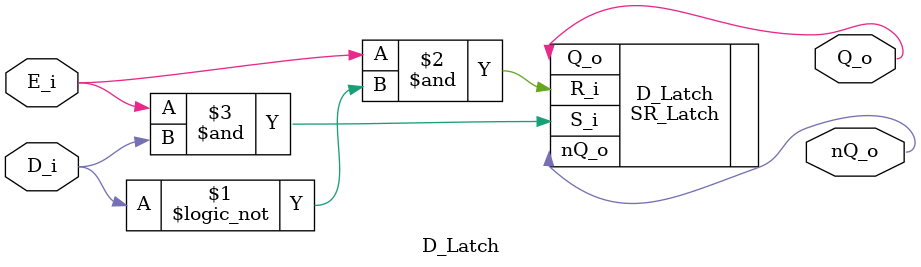
<source format=v>

module D_Latch(
	input D_i,
	input E_i,
	output Q_o,
	output nQ_o
);

SR_Latch D_Latch(.R_i( E_i & (!D_i) ), .S_i( E_i & D_i ), .Q_o(Q_o), .nQ_o(nQ_o));

endmodule
</source>
